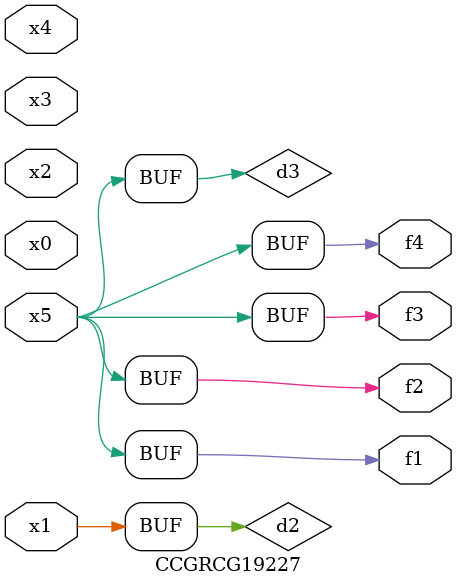
<source format=v>
module CCGRCG19227(
	input x0, x1, x2, x3, x4, x5,
	output f1, f2, f3, f4
);

	wire d1, d2, d3;

	not (d1, x5);
	or (d2, x1);
	xnor (d3, d1);
	assign f1 = d3;
	assign f2 = d3;
	assign f3 = d3;
	assign f4 = d3;
endmodule

</source>
